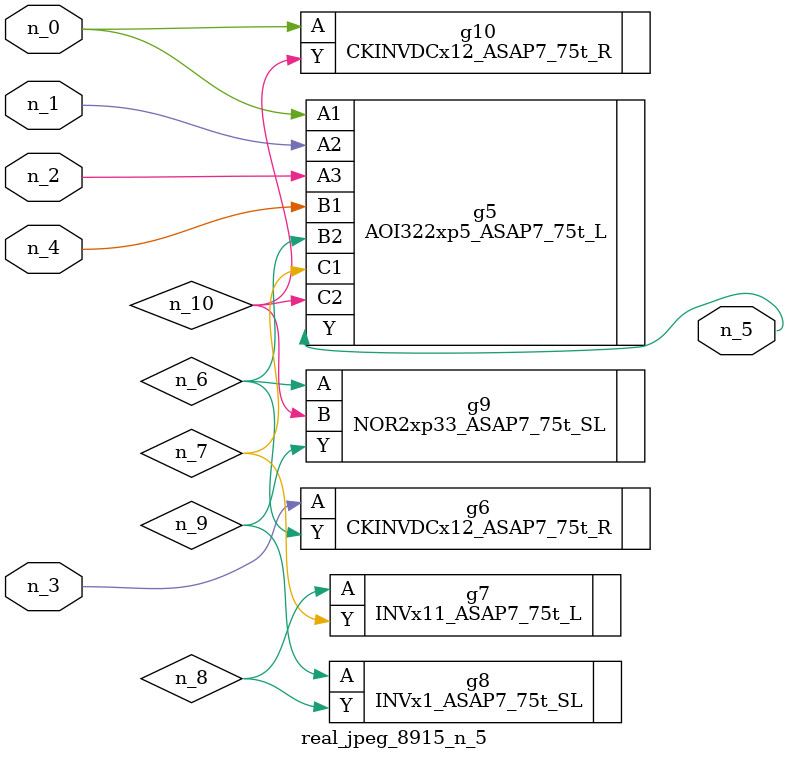
<source format=v>
module real_jpeg_8915_n_5 (n_4, n_0, n_1, n_2, n_3, n_5);

input n_4;
input n_0;
input n_1;
input n_2;
input n_3;

output n_5;

wire n_8;
wire n_6;
wire n_7;
wire n_10;
wire n_9;

AOI322xp5_ASAP7_75t_L g5 ( 
.A1(n_0),
.A2(n_1),
.A3(n_2),
.B1(n_4),
.B2(n_6),
.C1(n_7),
.C2(n_10),
.Y(n_5)
);

CKINVDCx12_ASAP7_75t_R g10 ( 
.A(n_0),
.Y(n_10)
);

CKINVDCx12_ASAP7_75t_R g6 ( 
.A(n_3),
.Y(n_6)
);

NOR2xp33_ASAP7_75t_SL g9 ( 
.A(n_6),
.B(n_10),
.Y(n_9)
);

INVx11_ASAP7_75t_L g7 ( 
.A(n_8),
.Y(n_7)
);

INVx1_ASAP7_75t_SL g8 ( 
.A(n_9),
.Y(n_8)
);


endmodule
</source>
